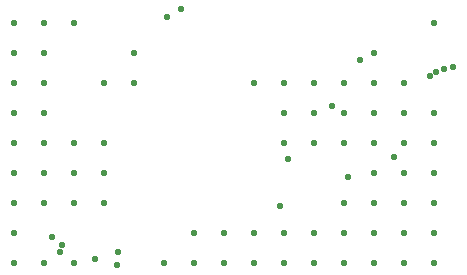
<source format=gbr>
%TF.GenerationSoftware,KiCad,Pcbnew,7.0.8*%
%TF.CreationDate,2023-11-15T14:15:31+01:00*%
%TF.ProjectId,tarjeta-rev1,7461726a-6574-4612-9d72-6576312e6b69,rev?*%
%TF.SameCoordinates,Original*%
%TF.FileFunction,Copper,L3,Inr*%
%TF.FilePolarity,Positive*%
%FSLAX46Y46*%
G04 Gerber Fmt 4.6, Leading zero omitted, Abs format (unit mm)*
G04 Created by KiCad (PCBNEW 7.0.8) date 2023-11-15 14:15:31*
%MOMM*%
%LPD*%
G01*
G04 APERTURE LIST*
%TA.AperFunction,ViaPad*%
%ADD10C,0.550000*%
%TD*%
G04 APERTURE END LIST*
D10*
%TO.N,*%
X626953062Y-182899689D03*
X613850000Y-190750000D03*
X605500000Y-174150000D03*
X591393062Y-182899689D03*
X614253062Y-185439689D03*
X619333062Y-193059689D03*
X593933062Y-175279689D03*
X621873062Y-180359689D03*
X596473062Y-187979689D03*
X600150000Y-194700000D03*
X593933062Y-195599689D03*
X593933062Y-185439689D03*
X609173062Y-195599689D03*
X616793062Y-180359689D03*
X614253062Y-195599689D03*
X621873062Y-190519689D03*
X591393062Y-187979689D03*
X626953062Y-175279689D03*
X628550000Y-179050000D03*
X604350000Y-174750000D03*
X614253062Y-182899689D03*
X621873062Y-185439689D03*
X591393062Y-190519689D03*
X614253062Y-180359689D03*
X619333062Y-182899689D03*
X623550000Y-186650000D03*
X604093062Y-195599689D03*
X591393062Y-175279689D03*
X596473062Y-190519689D03*
X591393062Y-185439689D03*
X624413062Y-195599689D03*
X616793062Y-193059689D03*
X598250000Y-195250000D03*
X596473062Y-185439689D03*
X599013062Y-190519689D03*
X606633062Y-193059689D03*
X626953062Y-187979689D03*
X591393062Y-177819689D03*
X619333062Y-195599689D03*
X599013062Y-185439689D03*
X593933062Y-187979689D03*
X621873062Y-195599689D03*
X627100000Y-179450000D03*
X624413062Y-182899689D03*
X593933062Y-177819689D03*
X624413062Y-185439689D03*
X591393062Y-180359689D03*
X599013062Y-187979689D03*
X626953062Y-195599689D03*
X593933062Y-182899689D03*
X624413062Y-180359689D03*
X619333062Y-180359689D03*
X599013062Y-180359689D03*
X591393062Y-195599689D03*
X609173062Y-193059689D03*
X624413062Y-187979689D03*
X593933062Y-190519689D03*
X619333062Y-185439689D03*
X611713062Y-180359689D03*
X596473062Y-175279689D03*
X614600000Y-186800000D03*
X620650000Y-178450000D03*
X593933062Y-180359689D03*
X594550000Y-193450000D03*
X611713062Y-195599689D03*
X626953062Y-190519689D03*
X626953062Y-185439689D03*
X624413062Y-190519689D03*
X621873062Y-193059689D03*
X621873062Y-187979689D03*
X606633062Y-195599689D03*
X619333062Y-190519689D03*
X595400000Y-194100000D03*
X601553062Y-177819689D03*
X621873062Y-177819689D03*
X596473062Y-195599689D03*
X591393062Y-193059689D03*
X619650000Y-188300000D03*
X600050000Y-195800000D03*
X624413062Y-193059689D03*
X616793062Y-185439689D03*
X616793062Y-182899689D03*
X601553062Y-180359689D03*
X616793062Y-195599689D03*
X595250000Y-194700000D03*
X626953062Y-193059689D03*
X626549454Y-179822596D03*
X614253062Y-193059689D03*
X611713062Y-193059689D03*
X618250000Y-182350000D03*
X627800000Y-179200000D03*
X621873062Y-182899689D03*
%TD*%
M02*

</source>
